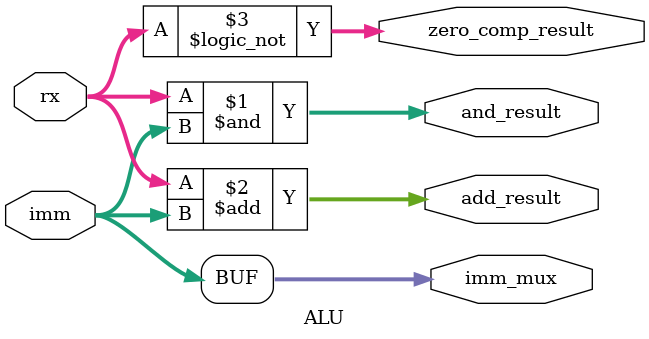
<source format=v>
`timescale 1ns / 1ps


module ALU(
    input [7:0]rx,
    input [7:0]imm,
    output [7:0]and_result,
    output [7:0]add_result,
    output [7:0]zero_comp_result,
    output [7:0]imm_mux
    );
    
assign and_result = rx & imm;
assign add_result = rx + imm;
assign zero_comp_result = rx == 0;
assign imm_mux = imm;

endmodule

</source>
